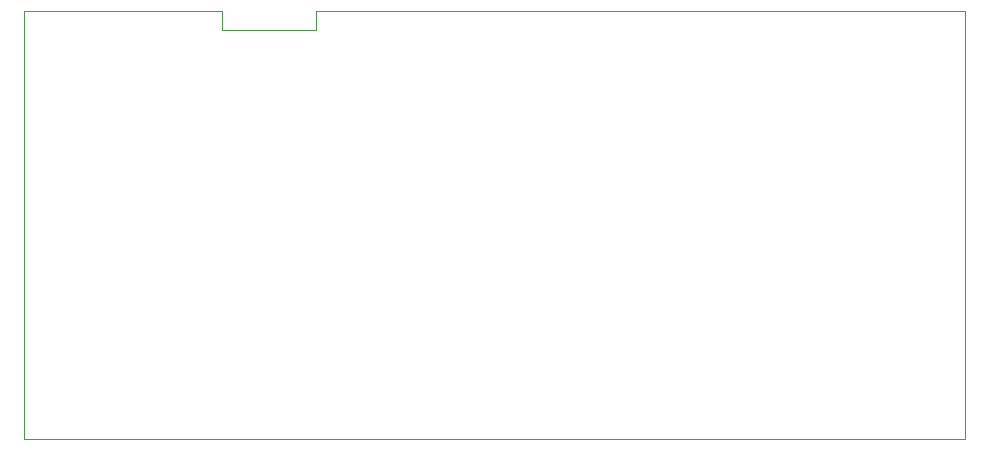
<source format=gm1>
%TF.GenerationSoftware,KiCad,Pcbnew,7.0.11*%
%TF.CreationDate,2024-12-08T19:05:50-06:00*%
%TF.ProjectId,WiRSa,57695253-612e-46b6-9963-61645f706362,rev?*%
%TF.SameCoordinates,Original*%
%TF.FileFunction,Profile,NP*%
%FSLAX46Y46*%
G04 Gerber Fmt 4.6, Leading zero omitted, Abs format (unit mm)*
G04 Created by KiCad (PCBNEW 7.0.11) date 2024-12-08 19:05:50*
%MOMM*%
%LPD*%
G01*
G04 APERTURE LIST*
%TA.AperFunction,Profile*%
%ADD10C,0.050000*%
%TD*%
G04 APERTURE END LIST*
D10*
X125492000Y-73472000D02*
X125492000Y-109740000D01*
X70612000Y-73472000D02*
X125492000Y-73472000D01*
X62611000Y-73472000D02*
X62611000Y-75128000D01*
X125492000Y-109740000D02*
X45847000Y-109740000D01*
X45847000Y-73472000D02*
X62611000Y-73472000D01*
X70612000Y-75128000D02*
X70612000Y-73472000D01*
X62611000Y-75128000D02*
X70612000Y-75128000D01*
X45847000Y-109740000D02*
X45847000Y-73472000D01*
M02*

</source>
